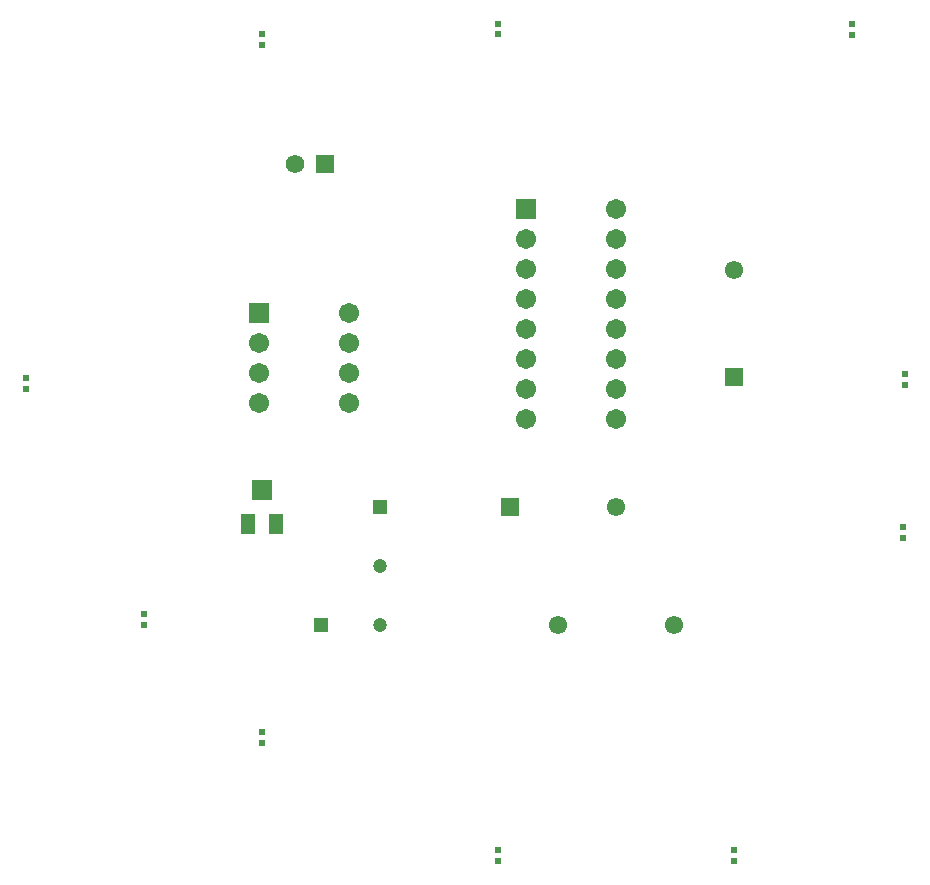
<source format=gts>
G04*
G04 #@! TF.GenerationSoftware,Altium Limited,Altium Designer,23.11.1 (41)*
G04*
G04 Layer_Color=8388736*
%FSLAX44Y44*%
%MOMM*%
G71*
G04*
G04 #@! TF.SameCoordinates,6762E12D-089E-49D2-B3B2-2041342F93EC*
G04*
G04*
G04 #@! TF.FilePolarity,Negative*
G04*
G01*
G75*
%ADD14R,0.6000X0.5000*%
%ADD17R,1.8032X1.8032*%
%ADD18R,1.3032X1.8032*%
%ADD19C,1.2000*%
%ADD20R,1.2000X1.2000*%
%ADD21R,1.2000X1.2000*%
%ADD22R,1.5532X1.5532*%
%ADD23C,1.5532*%
%ADD24C,1.5700*%
%ADD25R,1.5700X1.5700*%
%ADD26C,1.7032*%
%ADD27R,1.7032X1.7032*%
%ADD28R,1.5532X1.5532*%
D14*
X814070Y450414D02*
D03*
Y459414D02*
D03*
X469746Y756046D02*
D03*
Y747046D02*
D03*
X269746D02*
D03*
Y738046D02*
D03*
X69746Y456046D02*
D03*
Y447046D02*
D03*
X169746Y256046D02*
D03*
Y247046D02*
D03*
X269746Y156046D02*
D03*
Y147046D02*
D03*
X469746Y56046D02*
D03*
Y47046D02*
D03*
X812800Y329620D02*
D03*
Y320620D02*
D03*
X669746Y56046D02*
D03*
Y47046D02*
D03*
X769746Y755546D02*
D03*
Y746546D02*
D03*
D17*
X269746Y361546D02*
D03*
D18*
X281246Y332546D02*
D03*
X258246D02*
D03*
D19*
X369746Y247046D02*
D03*
Y297046D02*
D03*
D20*
X319746Y247046D02*
D03*
D21*
X369746Y347046D02*
D03*
D22*
X479746D02*
D03*
D23*
X569746D02*
D03*
X520746Y247046D02*
D03*
X618746D02*
D03*
X669746Y547046D02*
D03*
D24*
X298046Y637046D02*
D03*
D25*
X323446D02*
D03*
D26*
X569746Y421646D02*
D03*
Y447046D02*
D03*
Y472446D02*
D03*
Y497846D02*
D03*
Y523246D02*
D03*
Y548646D02*
D03*
Y574046D02*
D03*
Y599446D02*
D03*
X493546Y421646D02*
D03*
Y447046D02*
D03*
Y472446D02*
D03*
Y497846D02*
D03*
Y523246D02*
D03*
Y548646D02*
D03*
Y574046D02*
D03*
X267306Y485246D02*
D03*
Y459846D02*
D03*
Y434446D02*
D03*
X343506Y510646D02*
D03*
Y485246D02*
D03*
Y459846D02*
D03*
Y434446D02*
D03*
D27*
X493546Y599446D02*
D03*
X267306Y510646D02*
D03*
D28*
X669746Y457046D02*
D03*
M02*

</source>
